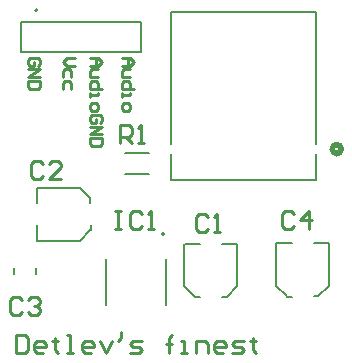
<source format=gto>
G04*
G04 #@! TF.GenerationSoftware,Altium Limited,Altium Designer,22.4.2 (48)*
G04*
G04 Layer_Color=65535*
%FSLAX25Y25*%
%MOIN*%
G70*
G04*
G04 #@! TF.SameCoordinates,A7B2FA79-C280-4DBA-8CE8-1A1C5EA3F58B*
G04*
G04*
G04 #@! TF.FilePolarity,Positive*
G04*
G01*
G75*
%ADD10C,0.00787*%
%ADD11C,0.02000*%
%ADD12C,0.00500*%
%ADD13C,0.00600*%
%ADD14C,0.01000*%
D10*
X-61850Y-78465D02*
G03*
X-61850Y-78465I-394J0D01*
G01*
X-104095Y-3937D02*
G03*
X-104095Y-3937I-394J0D01*
G01*
X-6890Y-95669D02*
Y-81496D01*
X-12008D02*
X-6890D01*
X-24513Y-81471D02*
X-19395D01*
X-24606Y-95669D02*
Y-81496D01*
X-12008Y-99213D02*
X-10433D01*
X-6890Y-95669D01*
X-24606D02*
X-21063Y-99213D01*
X-20949Y-99330D02*
X-19374D01*
X-37402Y-95866D02*
Y-81693D01*
X-42520D02*
X-37402D01*
X-55025Y-81667D02*
X-49907D01*
X-55118Y-95866D02*
Y-81693D01*
X-42520Y-99409D02*
X-40945D01*
X-37402Y-95866D01*
X-55118D02*
X-51575Y-99409D01*
X-51461Y-99527D02*
X-49886D01*
X-104134Y-62992D02*
X-89961D01*
X-104134Y-68110D02*
Y-62992D01*
X-104159Y-80616D02*
Y-75497D01*
X-104134Y-80709D02*
X-89961D01*
X-86417Y-68110D02*
Y-66535D01*
X-89961Y-62992D02*
X-86417Y-66535D01*
X-89961Y-80709D02*
X-86417Y-77165D01*
X-86300Y-77051D02*
Y-75477D01*
D11*
X-2811Y-50197D02*
G03*
X-2811Y-50197I-1500J0D01*
G01*
D12*
X-74866Y-58618D02*
X-66992D01*
X-74866Y-51618D02*
X-66992D01*
X-61378Y-102047D02*
Y-86693D01*
X-81260Y-102047D02*
Y-86693D01*
X-104724Y-91830D02*
X-104712Y-89771D01*
X-111811Y-91830D02*
X-111807Y-89838D01*
X-109488Y-17795D02*
Y-7874D01*
X-69488D01*
Y-17795D02*
Y-7874D01*
X-109488Y-17795D02*
X-69488D01*
D13*
X-11311Y-48473D02*
Y-4421D01*
Y-60539D02*
Y-51920D01*
X-59555Y-60539D02*
X-11311D01*
X-59555Y-48473D02*
Y-4421D01*
X-11311D01*
X-59555Y-60539D02*
Y-51920D01*
D14*
X-18716Y-71820D02*
X-19716Y-70820D01*
X-21715D01*
X-22715Y-71820D01*
Y-75818D01*
X-21715Y-76818D01*
X-19716D01*
X-18716Y-75818D01*
X-13718Y-76818D02*
Y-70820D01*
X-16717Y-73819D01*
X-12718D01*
X-47244Y-72804D02*
X-48244Y-71804D01*
X-50243D01*
X-51243Y-72804D01*
Y-76802D01*
X-50243Y-77802D01*
X-48244D01*
X-47244Y-76802D01*
X-45245Y-77802D02*
X-43245D01*
X-44245D01*
Y-71804D01*
X-45245Y-72804D01*
X-78348Y-70820D02*
X-76349D01*
X-77349D01*
Y-76818D01*
X-78348D01*
X-76349D01*
X-69351Y-71820D02*
X-70351Y-70820D01*
X-72350D01*
X-73350Y-71820D01*
Y-75818D01*
X-72350Y-76818D01*
X-70351D01*
X-69351Y-75818D01*
X-67352Y-76818D02*
X-65352D01*
X-66352D01*
Y-70820D01*
X-67352Y-71820D01*
X-102378Y-55087D02*
X-103377Y-54088D01*
X-105377D01*
X-106376Y-55087D01*
Y-59086D01*
X-105377Y-60086D01*
X-103377D01*
X-102378Y-59086D01*
X-96380Y-60086D02*
X-100378D01*
X-96380Y-56087D01*
Y-55087D01*
X-97379Y-54088D01*
X-99379D01*
X-100378Y-55087D01*
X-109267Y-100363D02*
X-110267Y-99363D01*
X-112266D01*
X-113266Y-100363D01*
Y-104362D01*
X-112266Y-105361D01*
X-110267D01*
X-109267Y-104362D01*
X-107268Y-100363D02*
X-106268Y-99363D01*
X-104269D01*
X-103269Y-100363D01*
Y-101363D01*
X-104269Y-102362D01*
X-105269D01*
X-104269D01*
X-103269Y-103362D01*
Y-104362D01*
X-104269Y-105361D01*
X-106268D01*
X-107268Y-104362D01*
X-111205Y-112096D02*
Y-118095D01*
X-108206D01*
X-107206Y-117095D01*
Y-113096D01*
X-108206Y-112096D01*
X-111205D01*
X-102208Y-118095D02*
X-104207D01*
X-105207Y-117095D01*
Y-115095D01*
X-104207Y-114096D01*
X-102208D01*
X-101208Y-115095D01*
Y-116095D01*
X-105207D01*
X-98209Y-113096D02*
Y-114096D01*
X-99209D01*
X-97209D01*
X-98209D01*
Y-117095D01*
X-97209Y-118095D01*
X-94210D02*
X-92211D01*
X-93211D01*
Y-112096D01*
X-94210D01*
X-86213Y-118095D02*
X-88212D01*
X-89212Y-117095D01*
Y-115095D01*
X-88212Y-114096D01*
X-86213D01*
X-85213Y-115095D01*
Y-116095D01*
X-89212D01*
X-83214Y-114096D02*
X-81214Y-118095D01*
X-79215Y-114096D01*
X-76216Y-111097D02*
Y-113096D01*
X-77216Y-114096D01*
X-73217Y-118095D02*
X-70218D01*
X-69218Y-117095D01*
X-70218Y-116095D01*
X-72217D01*
X-73217Y-115095D01*
X-72217Y-114096D01*
X-69218D01*
X-60221Y-118095D02*
Y-113096D01*
Y-115095D01*
X-61221D01*
X-59222D01*
X-60221D01*
Y-113096D01*
X-59222Y-112096D01*
X-56222Y-118095D02*
X-54223D01*
X-55223D01*
Y-114096D01*
X-56222D01*
X-51224Y-118095D02*
Y-114096D01*
X-48225D01*
X-47225Y-115095D01*
Y-118095D01*
X-42227D02*
X-44226D01*
X-45226Y-117095D01*
Y-115095D01*
X-44226Y-114096D01*
X-42227D01*
X-41227Y-115095D01*
Y-116095D01*
X-45226D01*
X-39228Y-118095D02*
X-36229D01*
X-35229Y-117095D01*
X-36229Y-116095D01*
X-38228D01*
X-39228Y-115095D01*
X-38228Y-114096D01*
X-35229D01*
X-32230Y-113096D02*
Y-114096D01*
X-33230D01*
X-31231D01*
X-32230D01*
Y-117095D01*
X-31231Y-118095D01*
X-76580Y-48221D02*
Y-42222D01*
X-73581D01*
X-72582Y-43222D01*
Y-45222D01*
X-73581Y-46221D01*
X-76580D01*
X-74581D02*
X-72582Y-48221D01*
X-70582D02*
X-68583D01*
X-69583D01*
Y-42222D01*
X-70582Y-43222D01*
X-75772Y-19701D02*
X-73148D01*
X-71836Y-21013D01*
X-73148Y-22325D01*
X-75772D01*
X-73804D01*
Y-19701D01*
X-73148Y-23637D02*
X-75116D01*
X-75772Y-24293D01*
Y-26260D01*
X-73148D01*
X-71836Y-30196D02*
X-75772D01*
Y-28228D01*
X-75116Y-27572D01*
X-73804D01*
X-73148Y-28228D01*
Y-30196D01*
X-75772Y-31508D02*
Y-32820D01*
Y-32164D01*
X-73148D01*
Y-31508D01*
X-75772Y-35444D02*
Y-36756D01*
X-75116Y-37412D01*
X-73804D01*
X-73148Y-36756D01*
Y-35444D01*
X-73804Y-34788D01*
X-75116D01*
X-75772Y-35444D01*
X-86598Y-19701D02*
X-83975D01*
X-82663Y-21013D01*
X-83975Y-22325D01*
X-86598D01*
X-84631D01*
Y-19701D01*
X-83975Y-23637D02*
X-85943D01*
X-86598Y-24293D01*
Y-26260D01*
X-83975D01*
X-82663Y-30196D02*
X-86598D01*
Y-28228D01*
X-85943Y-27572D01*
X-84631D01*
X-83975Y-28228D01*
Y-30196D01*
X-86598Y-31508D02*
Y-32820D01*
Y-32164D01*
X-83975D01*
Y-31508D01*
X-86598Y-35444D02*
Y-36756D01*
X-85943Y-37412D01*
X-84631D01*
X-83975Y-36756D01*
Y-35444D01*
X-84631Y-34788D01*
X-85943D01*
X-86598Y-35444D01*
X-83319Y-41347D02*
X-82663Y-40691D01*
Y-39380D01*
X-83319Y-38723D01*
X-85943D01*
X-86598Y-39380D01*
Y-40691D01*
X-85943Y-41347D01*
X-84631D01*
Y-40035D01*
X-86598Y-42659D02*
X-82663D01*
X-86598Y-45283D01*
X-82663D01*
Y-46595D02*
X-86598D01*
Y-48563D01*
X-85943Y-49219D01*
X-83319D01*
X-82663Y-48563D01*
Y-46595D01*
X-91521Y-19701D02*
X-94145D01*
X-95457Y-21013D01*
X-94145Y-22325D01*
X-91521D01*
X-92833Y-26260D02*
Y-24293D01*
X-93489Y-23637D01*
X-94801D01*
X-95457Y-24293D01*
Y-26260D01*
X-92833Y-30196D02*
Y-28228D01*
X-93489Y-27572D01*
X-94801D01*
X-95457Y-28228D01*
Y-30196D01*
X-103988Y-22325D02*
X-103332Y-21669D01*
Y-20357D01*
X-103988Y-19701D01*
X-106612D01*
X-107268Y-20357D01*
Y-21669D01*
X-106612Y-22325D01*
X-105300D01*
Y-21013D01*
X-107268Y-23637D02*
X-103332D01*
X-107268Y-26260D01*
X-103332D01*
Y-27572D02*
X-107268D01*
Y-29540D01*
X-106612Y-30196D01*
X-103988D01*
X-103332Y-29540D01*
Y-27572D01*
M02*

</source>
